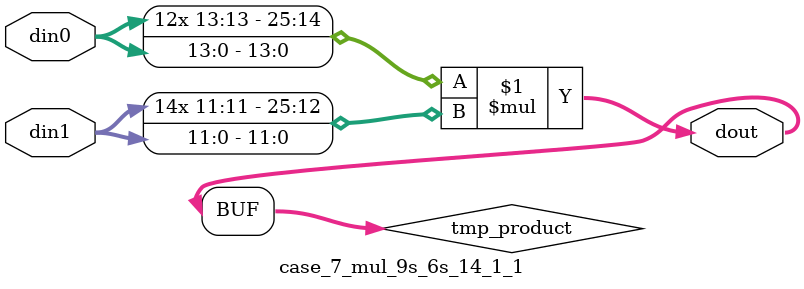
<source format=v>

`timescale 1 ns / 1 ps

 module case_7_mul_9s_6s_14_1_1(din0, din1, dout);
parameter ID = 1;
parameter NUM_STAGE = 0;
parameter din0_WIDTH = 14;
parameter din1_WIDTH = 12;
parameter dout_WIDTH = 26;

input [din0_WIDTH - 1 : 0] din0; 
input [din1_WIDTH - 1 : 0] din1; 
output [dout_WIDTH - 1 : 0] dout;

wire signed [dout_WIDTH - 1 : 0] tmp_product;



























assign tmp_product = $signed(din0) * $signed(din1);








assign dout = tmp_product;





















endmodule

</source>
